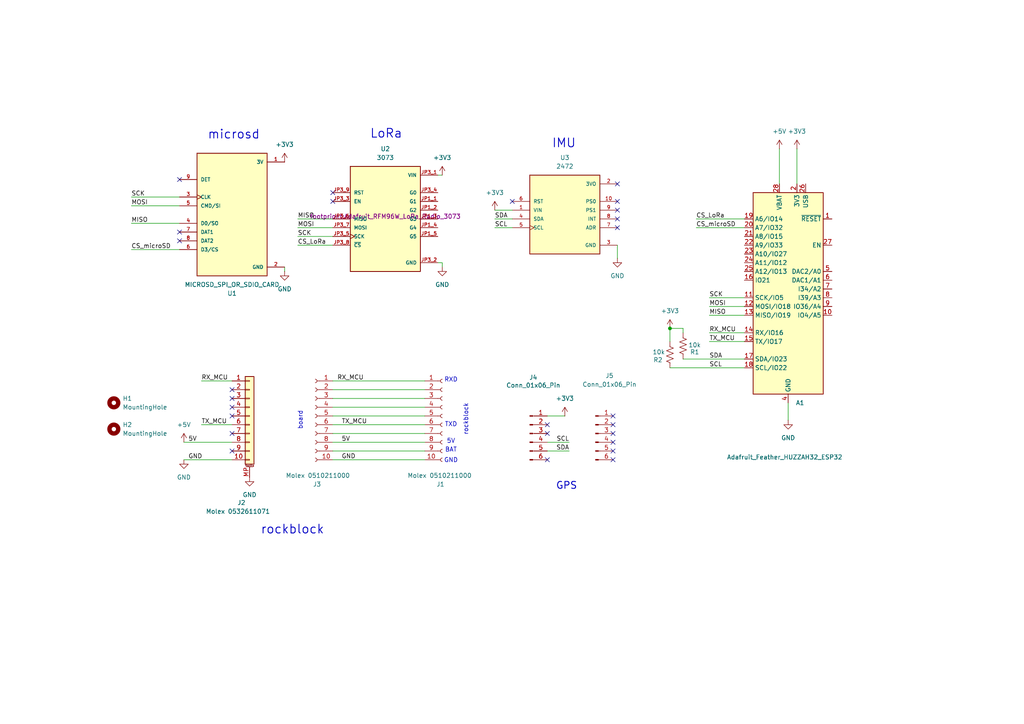
<source format=kicad_sch>
(kicad_sch (version 20250114) (generator "eeschema") (generator_version "9.0")
  (paper "A4")
  (title_block (title "Balloon Paylaod ") (date "2025-07-29"))
  (lib_symbols
    (symbol "Adafruit_RFM96W_LoRa_Radio_3073:3073" (pin_names (offset 1.016))
      (property "Reference" "U" (at -10.16 15.748 0))
      (property "Value" "3073" (at -10.16 -17.78 0))
      (symbol "3073_0_0"
        (rectangle (start -10.16 -15.24) (end 10.16 15.24) (stroke (width 0.254)) (fill (type background)))
        (pin input line (at -15.24 7.62 0) (length 5.08) (name "RST") (number "JP3_9"))
        (pin input line (at -15.24 5.08 0) (length 5.08) (name "EN") (number "JP3_3"))
        (pin output line (at -15.24 0 0) (length 5.08) (name "MISO") (number "JP3_6"))
        (pin input line (at -15.24 -2.54 0) (length 5.08) (name "MOSI") (number "JP3_7"))
        (pin input clock (at -15.24 -5.08 0) (length 5.08) (name "SCK") (number "JP3_5"))
        (pin input line (at -15.24 -7.62 0) (length 5.08) (name "~{CS}") (number "JP3_8"))
        (pin power_in line (at 15.24 12.7 180) (length 5.08) (name "VIN") (number "JP3_1"))
        (pin bidirectional line (at 15.24 7.62 180) (length 5.08) (name "G0") (number "JP3_4"))
        (pin bidirectional line (at 15.24 5.08 180) (length 5.08) (name "G1") (number "JP1_1"))
        (pin bidirectional line (at 15.24 2.54 180) (length 5.08) (name "G2") (number "JP1_2"))
        (pin bidirectional line (at 15.24 0 180) (length 5.08) (name "G3") (number "JP1_3"))
        (pin bidirectional line (at 15.24 -2.54 180) (length 5.08) (name "G4") (number "JP1_4"))
        (pin bidirectional line (at 15.24 -5.08 180) (length 5.08) (name "G5") (number "JP1_5"))
        (pin power_in line (at 15.24 -12.7 180) (length 5.08) (name "GND") (number "JP3_2"))
      )
    )
    (symbol "Connector:Conn_01x06_Pin" (pin_names (offset 1.016) (hide yes))
      (property "Reference" "J" (at 0 7.62 0))
      (property "Value" "Conn_01x06_Pin" (at 0 -10.16 0))
      (symbol "Conn_01x06_Pin_1_1"
        (rectangle (start 0.8636 5.207) (end 0 4.953) (stroke (width 0.1524)) (fill (type outline)))
        (rectangle (start 0.8636 2.667) (end 0 2.413) (stroke (width 0.1524)) (fill (type outline)))
        (rectangle (start 0.8636 0.127) (end 0 -0.127) (stroke (width 0.1524)) (fill (type outline)))
        (rectangle (start 0.8636 -2.413) (end 0 -2.667) (stroke (width 0.1524)) (fill (type outline)))
        (rectangle (start 0.8636 -4.953) (end 0 -5.207) (stroke (width 0.1524)) (fill (type outline)))
        (rectangle (start 0.8636 -7.493) (end 0 -7.747) (stroke (width 0.1524)) (fill (type outline)))
        (polyline (pts (xy 1.27 5.08) (xy 0.8636 5.08)) (stroke (width 0.1524)))
        (polyline (pts (xy 1.27 2.54) (xy 0.8636 2.54)) (stroke (width 0.1524)))
        (polyline (pts (xy 1.27 0) (xy 0.8636 0)) (stroke (width 0.1524)))
        (polyline (pts (xy 1.27 -2.54) (xy 0.8636 -2.54)) (stroke (width 0.1524)))
        (polyline (pts (xy 1.27 -5.08) (xy 0.8636 -5.08)) (stroke (width 0.1524)))
        (polyline (pts (xy 1.27 -7.62) (xy 0.8636 -7.62)) (stroke (width 0.1524)))
        (pin passive line (at 5.08 5.08 180) (length 3.81) (name "Pin_1") (number "1"))
        (pin passive line (at 5.08 2.54 180) (length 3.81) (name "Pin_2") (number "2"))
        (pin passive line (at 5.08 0 180) (length 3.81) (name "Pin_3") (number "3"))
        (pin passive line (at 5.08 -2.54 180) (length 3.81) (name "Pin_4") (number "4"))
        (pin passive line (at 5.08 -5.08 180) (length 3.81) (name "Pin_5") (number "5"))
        (pin passive line (at 5.08 -7.62 180) (length 3.81) (name "Pin_6") (number "6"))
      )
    )
    (symbol "Connector:Conn_01x10_Socket" (pin_names (offset 1.016) (hide yes))
      (property "Reference" "J" (at 0 12.7 0))
      (property "Value" "Conn_01x10_Socket" (at 0 -15.24 0))
      (symbol "Conn_01x10_Socket_1_1"
        (polyline (pts (xy -1.27 10.16) (xy -0.508 10.16)) (stroke (width 0.1524)))
        (polyline (pts (xy -1.27 7.62) (xy -0.508 7.62)) (stroke (width 0.1524)))
        (polyline (pts (xy -1.27 5.08) (xy -0.508 5.08)) (stroke (width 0.1524)))
        (polyline (pts (xy -1.27 2.54) (xy -0.508 2.54)) (stroke (width 0.1524)))
        (polyline (pts (xy -1.27 0) (xy -0.508 0)) (stroke (width 0.1524)))
        (polyline (pts (xy -1.27 -2.54) (xy -0.508 -2.54)) (stroke (width 0.1524)))
        (polyline (pts (xy -1.27 -5.08) (xy -0.508 -5.08)) (stroke (width 0.1524)))
        (polyline (pts (xy -1.27 -7.62) (xy -0.508 -7.62)) (stroke (width 0.1524)))
        (polyline (pts (xy -1.27 -10.16) (xy -0.508 -10.16)) (stroke (width 0.1524)))
        (polyline (pts (xy -1.27 -12.7) (xy -0.508 -12.7)) (stroke (width 0.1524)))
        (arc (start 0 9.652) (mid -0.5058 10.16) (end 0 10.668) (stroke (width 0.1524)))
        (arc (start 0 7.112) (mid -0.5058 7.62) (end 0 8.128) (stroke (width 0.1524)))
        (arc (start 0 4.572) (mid -0.5058 5.08) (end 0 5.588) (stroke (width 0.1524)))
        (arc (start 0 2.032) (mid -0.5058 2.54) (end 0 3.048) (stroke (width 0.1524)))
        (arc (start 0 -0.508) (mid -0.5058 0) (end 0 0.508) (stroke (width 0.1524)))
        (arc (start 0 -3.048) (mid -0.5058 -2.54) (end 0 -2.032) (stroke (width 0.1524)))
        (arc (start 0 -5.588) (mid -0.5058 -5.08) (end 0 -4.572) (stroke (width 0.1524)))
        (arc (start 0 -8.128) (mid -0.5058 -7.62) (end 0 -7.112) (stroke (width 0.1524)))
        (arc (start 0 -10.668) (mid -0.5058 -10.16) (end 0 -9.652) (stroke (width 0.1524)))
        (arc (start 0 -13.208) (mid -0.5058 -12.7) (end 0 -12.192) (stroke (width 0.1524)))
        (pin passive line (at -5.08 10.16 0) (length 3.81) (name "Pin_1") (number "1"))
        (pin passive line (at -5.08 7.62 0) (length 3.81) (name "Pin_2") (number "2"))
        (pin passive line (at -5.08 5.08 0) (length 3.81) (name "Pin_3") (number "3"))
        (pin passive line (at -5.08 2.54 0) (length 3.81) (name "Pin_4") (number "4"))
        (pin passive line (at -5.08 0 0) (length 3.81) (name "Pin_5") (number "5"))
        (pin passive line (at -5.08 -2.54 0) (length 3.81) (name "Pin_6") (number "6"))
        (pin passive line (at -5.08 -5.08 0) (length 3.81) (name "Pin_7") (number "7"))
        (pin passive line (at -5.08 -7.62 0) (length 3.81) (name "Pin_8") (number "8"))
        (pin passive line (at -5.08 -10.16 0) (length 3.81) (name "Pin_9") (number "9"))
        (pin passive line (at -5.08 -12.7 0) (length 3.81) (name "Pin_10") (number "10"))
      )
    )
    (symbol "Connector_Generic_MountingPin:Conn_01x10_MountingPin" (pin_names (offset 1.016) (hide yes))
      (property "Reference" "J" (at 0 12.7 0))
      (property "Value" "Conn_01x10_MountingPin" (at 1.27 -15.24 0))
      (symbol "Conn_01x10_MountingPin_1_1"
        (rectangle (start -1.27 11.43) (end 1.27 -13.97) (stroke (width 0.254)) (fill (type background)))
        (rectangle (start -1.27 10.287) (end 0 10.033) (stroke (width 0.1524)))
        (rectangle (start -1.27 7.747) (end 0 7.493) (stroke (width 0.1524)))
        (rectangle (start -1.27 5.207) (end 0 4.953) (stroke (width 0.1524)))
        (rectangle (start -1.27 2.667) (end 0 2.413) (stroke (width 0.1524)))
        (rectangle (start -1.27 0.127) (end 0 -0.127) (stroke (width 0.1524)))
        (rectangle (start -1.27 -2.413) (end 0 -2.667) (stroke (width 0.1524)))
        (rectangle (start -1.27 -4.953) (end 0 -5.207) (stroke (width 0.1524)))
        (rectangle (start -1.27 -7.493) (end 0 -7.747) (stroke (width 0.1524)))
        (rectangle (start -1.27 -10.033) (end 0 -10.287) (stroke (width 0.1524)))
        (rectangle (start -1.27 -12.573) (end 0 -12.827) (stroke (width 0.1524)))
        (polyline (pts (xy -1.016 -14.732) (xy 1.016 -14.732)) (stroke (width 0.1524)))
        (text "Mounting" (at 0 -14.351 0) (effects (font (size 0.381 0.381))))
        (pin passive line (at -5.08 10.16 0) (length 3.81) (name "Pin_1") (number "1"))
        (pin passive line (at -5.08 7.62 0) (length 3.81) (name "Pin_2") (number "2"))
        (pin passive line (at -5.08 5.08 0) (length 3.81) (name "Pin_3") (number "3"))
        (pin passive line (at -5.08 2.54 0) (length 3.81) (name "Pin_4") (number "4"))
        (pin passive line (at -5.08 0 0) (length 3.81) (name "Pin_5") (number "5"))
        (pin passive line (at -5.08 -2.54 0) (length 3.81) (name "Pin_6") (number "6"))
        (pin passive line (at -5.08 -5.08 0) (length 3.81) (name "Pin_7") (number "7"))
        (pin passive line (at -5.08 -7.62 0) (length 3.81) (name "Pin_8") (number "8"))
        (pin passive line (at -5.08 -10.16 0) (length 3.81) (name "Pin_9") (number "9"))
        (pin passive line (at -5.08 -12.7 0) (length 3.81) (name "Pin_10") (number "10"))
        (pin passive line (at 0 -17.78 90) (length 3.048) (name "MountPin") (number "MP"))
      )
    )
    (symbol "Device:R_US" (pin_numbers (hide yes)) (pin_names (offset 0))
      (property "Reference" "R" (at 2.54 0 90))
      (property "Value" "R_US" (at -2.54 0 90))
      (symbol "R_US_0_1"
        (polyline (pts (xy 0 2.286) (xy 0 2.54)))
        (polyline (pts (xy 0 2.286) (xy 1.016 1.905) (xy 0 1.524) (xy -1.016 1.143) (xy 0 0.762)))
        (polyline (pts (xy 0 0.762) (xy 1.016 0.381) (xy 0 0) (xy -1.016 -0.381) (xy 0 -0.762)))
        (polyline (pts (xy 0 -0.762) (xy 1.016 -1.143) (xy 0 -1.524) (xy -1.016 -1.905) (xy 0 -2.286)))
        (polyline (pts (xy 0 -2.286) (xy 0 -2.54)))
      )
      (symbol "R_US_1_1"
        (pin passive line (at 0 3.81 270) (length 1.27) (name "~") (number "1"))
        (pin passive line (at 0 -3.81 90) (length 1.27) (name "~") (number "2"))
      )
    )
    (symbol "MCU_Module:Adafruit_Feather_HUZZAH32_ESP32"
      (property "Reference" "A" (at -10.16 29.21 0))
      (property "Value" "Adafruit_Feather_HUZZAH32_ESP32" (at 2.54 -31.75 0))
      (symbol "Adafruit_Feather_HUZZAH32_ESP32_0_1"
        (rectangle (start -10.16 27.94) (end 10.16 -30.48) (stroke (width 0.254)) (fill (type background)))
      )
      (symbol "Adafruit_Feather_HUZZAH32_ESP32_1_1"
        (pin bidirectional line (at -12.7 20.32 0) (length 2.54) (name "A6/IO14") (number "19"))
        (pin bidirectional line (at -12.7 17.78 0) (length 2.54) (name "A7/IO32") (number "20"))
        (pin bidirectional line (at -12.7 15.24 0) (length 2.54) (name "A8/IO15") (number "21"))
        (pin bidirectional line (at -12.7 12.7 0) (length 2.54) (name "A9/IO33") (number "22"))
        (pin bidirectional line (at -12.7 10.16 0) (length 2.54) (name "A10/IO27") (number "23"))
        (pin bidirectional line (at -12.7 7.62 0) (length 2.54) (name "A11/IO12") (number "24"))
        (pin bidirectional line (at -12.7 5.08 0) (length 2.54) (name "A12/IO13") (number "25"))
        (pin bidirectional line (at -12.7 2.54 0) (length 2.54) (name "IO21") (number "16"))
        (pin bidirectional line (at -12.7 -2.54 0) (length 2.54) (name "SCK/IO5") (number "11"))
        (pin bidirectional line (at -12.7 -5.08 0) (length 2.54) (name "MOSI/IO18") (number "12"))
        (pin bidirectional line (at -12.7 -7.62 0) (length 2.54) (name "MISO/IO19") (number "13"))
        (pin bidirectional line (at -12.7 -12.7 0) (length 2.54) (name "RX/IO16") (number "14"))
        (pin bidirectional line (at -12.7 -15.24 0) (length 2.54) (name "TX/IO17") (number "15"))
        (pin bidirectional line (at -12.7 -20.32 0) (length 2.54) (name "SDA/IO23") (number "17"))
        (pin bidirectional line (at -12.7 -22.86 0) (length 2.54) (name "SCL/IO22") (number "18"))
        (pin power_in line (at -2.54 30.48 270) (length 2.54) (name "VBAT") (number "28"))
        (pin power_in line (at 0 -33.02 90) (length 2.54) (name "GND") (number "4"))
        (pin power_in line (at 2.54 30.48 270) (length 2.54) (name "3V3") (number "2"))
        (pin power_in line (at 5.08 30.48 270) (length 2.54) (name "USB") (number "26"))
        (pin no_connect line (at 10.16 10.16 180) (length 2.54) (hide yes) (name "NC") (number "3"))
        (pin input line (at 12.7 20.32 180) (length 2.54) (name "~{RESET}") (number "1"))
        (pin input line (at 12.7 12.7 180) (length 2.54) (name "EN") (number "27"))
        (pin bidirectional line (at 12.7 5.08 180) (length 2.54) (name "DAC2/A0") (number "5"))
        (pin bidirectional line (at 12.7 2.54 180) (length 2.54) (name "DAC1/A1") (number "6"))
        (pin bidirectional line (at 12.7 0 180) (length 2.54) (name "I34/A2") (number "7"))
        (pin bidirectional line (at 12.7 -2.54 180) (length 2.54) (name "I39/A3") (number "8"))
        (pin bidirectional line (at 12.7 -5.08 180) (length 2.54) (name "IO36/A4") (number "9"))
        (pin bidirectional line (at 12.7 -7.62 180) (length 2.54) (name "IO4/A5") (number "10"))
      )
    )
    (symbol "MICROSD_SPI_OR_SDIO_CARD:MICROSD_SPI_OR_SDIO_CARD" (pin_names (offset 1.016))
      (property "Reference" "U" (at -10.16 18.542 0))
      (property "Value" "MICROSD_SPI_OR_SDIO_CARD" (at -10.16 -20.32 0))
      (symbol "MICROSD_SPI_OR_SDIO_CARD_0_0"
        (rectangle (start -10.16 -17.78) (end 10.16 17.78) (stroke (width 0.254)) (fill (type background)))
        (pin input line (at -15.24 10.16 0) (length 5.08) (name "DET") (number "9"))
        (pin input clock (at -15.24 5.08 0) (length 5.08) (name "CLK") (number "3"))
        (pin bidirectional line (at -15.24 2.54 0) (length 5.08) (name "CMD/SI") (number "5"))
        (pin bidirectional line (at -15.24 -2.54 0) (length 5.08) (name "D0/SO") (number "4"))
        (pin bidirectional line (at -15.24 -5.08 0) (length 5.08) (name "DAT1") (number "7"))
        (pin bidirectional line (at -15.24 -7.62 0) (length 5.08) (name "DAT2") (number "8"))
        (pin bidirectional line (at -15.24 -10.16 0) (length 5.08) (name "D3/CS") (number "6"))
        (pin power_in line (at 15.24 15.24 180) (length 5.08) (name "3V") (number "1"))
        (pin power_in line (at 15.24 -15.24 180) (length 5.08) (name "GND") (number "2"))
      )
    )
    (symbol "adafruit_IMU_2472:2472" (pin_names (offset 1.016))
      (property "Reference" "U" (at -10.16 13.208 0))
      (property "Value" "2472" (at -10.16 -12.7 0))
      (symbol "2472_0_0"
        (rectangle (start -10.16 -10.16) (end 10.16 12.7) (stroke (width 0.254)) (fill (type background)))
        (pin input line (at -15.24 5.08 0) (length 5.08) (name "RST") (number "6"))
        (pin input line (at -15.24 2.54 0) (length 5.08) (name "VIN") (number "1"))
        (pin bidirectional line (at -15.24 0 0) (length 5.08) (name "SDA") (number "4"))
        (pin input clock (at -15.24 -2.54 0) (length 5.08) (name "SCL") (number "5"))
        (pin power_in line (at 15.24 10.16 180) (length 5.08) (name "3VO") (number "2"))
        (pin bidirectional line (at 15.24 5.08 180) (length 5.08) (name "PS0") (number "10"))
        (pin bidirectional line (at 15.24 2.54 180) (length 5.08) (name "PS1") (number "9"))
        (pin output line (at 15.24 0 180) (length 5.08) (name "INT") (number "8"))
        (pin passive line (at 15.24 -2.54 180) (length 5.08) (name "ADR") (number "7"))
        (pin power_in line (at 15.24 -7.62 180) (length 5.08) (name "GND") (number "3"))
      )
    )
    (symbol "externalLibrary:+3V3" (power) (pin_numbers (hide yes)) (pin_names (offset 0) (hide yes))
      (property "Value" "+3V3" (at 0 3.556 0))
      (symbol "+3V3_0_1"
        (polyline (pts (xy -0.762 1.27) (xy 0 2.54)))
        (polyline (pts (xy 0 2.54) (xy 0.762 1.27)))
        (polyline (pts (xy 0 0) (xy 0 2.54)))
      )
      (symbol "+3V3_1_1"
        (pin power_in line (at 0 0 90) (length 0) (name "~") (number "1"))
      )
    )
    (symbol "externalLibrary:GND" (power) (pin_numbers (hide yes)) (pin_names (offset 0) (hide yes))
      (property "Value" "GND" (at 0 -3.81 0))
      (symbol "GND_0_1"
        (polyline (pts (xy 0 0) (xy 0 -1.27) (xy 1.27 -1.27) (xy 0 -2.54) (xy -1.27 -1.27) (xy 0 -1.27)))
      )
      (symbol "GND_1_1"
        (pin power_in line (at 0 0 270) (length 0) (name "~") (number "1"))
      )
    )
    (symbol "externalLibrary:MountingHole" (pin_names (offset 1.016)) (exclude_from_sim yes) (in_bom no)
      (property "Reference" "H" (at 0 5.08 0))
      (property "Value" "MountingHole" (at 0 3.175 0))
      (symbol "MountingHole_0_1"
        (circle (center 0 0) (radius 1.27) (stroke (width 1.27)))
      )
    )
    (symbol "power:+5V" (power) (pin_numbers (hide yes)) (pin_names (offset 0) (hide yes))
      (property "Value" "+5V" (at 0 3.556 0))
      (symbol "+5V_0_1"
        (polyline (pts (xy -0.762 1.27) (xy 0 2.54)))
        (polyline (pts (xy 0 2.54) (xy 0.762 1.27)))
        (polyline (pts (xy 0 0) (xy 0 2.54)))
      )
      (symbol "+5V_1_1"
        (pin power_in line (at 0 0 90) (length 0) (name "~") (number "1"))
      )
    )
  )
  (text "RXD" (at 130.81 110.236 0) (effects (font (size 1.27 1.27) (thickness 0.1588))))
  (text "rockblock" (at 84.836 153.67 0) (effects (font (size 2.54 2.54) (thickness 0.254) (bold yes))))
  (text "microsd" (at 67.818 39.116 0) (effects (font (size 2.54 2.54) (thickness 0.254) (bold yes))))
  (text "5V" (at 130.81 128.016 0) (effects (font (size 1.27 1.27) (thickness 0.1588))))
  (text "IMU" (at 163.576 41.656 0) (effects (font (size 2.54 2.54) (thickness 0.254) (bold yes))))
  (text "BAT" (at 130.81 130.556 0) (effects (font (size 1.27 1.27) (thickness 0.1588))))
  (text "board" (at 87.122 121.92 90) (effects (font (size 1.27 1.27) (thickness 0.1588))))
  (text "GPS\n" (at 164.338 140.97 0) (effects (font (size 2.032 2.032) (thickness 0.254) (bold yes))))
  (text "LoRa" (at 112.014 38.862 0) (effects (font (size 2.54 2.54) (thickness 0.254) (bold yes))))
  (text "rockblock" (at 135.128 121.666 90) (effects (font (size 1.27 1.27) (thickness 0.1588))))
  (text "GND\n" (at 130.81 133.604 0) (effects (font (size 1.27 1.27) (thickness 0.1588))))
  (text "TXD" (at 130.81 123.19 0) (effects (font (size 1.27 1.27) (thickness 0.1588))))
  (junction (at 194.31 95.25))
  (no_connect (at 177.8 133.35))
  (no_connect (at 67.31 113.03))
  (no_connect (at 177.8 125.73))
  (no_connect (at 52.07 67.31))
  (no_connect (at 67.31 125.73))
  (no_connect (at 158.75 133.35))
  (no_connect (at 177.8 123.19))
  (no_connect (at 96.52 55.88))
  (no_connect (at 67.31 130.81))
  (no_connect (at 179.07 63.5))
  (no_connect (at 67.31 120.65))
  (no_connect (at 52.07 69.85))
  (no_connect (at 177.8 120.65))
  (no_connect (at 179.07 53.34))
  (no_connect (at 177.8 128.27))
  (no_connect (at 177.8 130.81))
  (no_connect (at 67.31 118.11))
  (no_connect (at 96.52 58.42))
  (no_connect (at 67.31 115.57))
  (no_connect (at 148.59 58.42))
  (no_connect (at 179.07 60.96))
  (no_connect (at 158.75 125.73))
  (no_connect (at 179.07 58.42))
  (no_connect (at 158.75 123.19))
  (no_connect (at 179.07 66.04))
  (no_connect (at 52.07 52.07))
  (wire (pts (xy 165.1 130.81) (xy 158.75 130.81)))
  (wire (pts (xy 82.55 78.74) (xy 82.55 77.47)))
  (wire (pts (xy 228.6 121.92) (xy 228.6 116.84)))
  (wire (pts (xy 96.52 123.19) (xy 123.19 123.19)))
  (wire (pts (xy 163.83 120.65) (xy 158.75 120.65)))
  (wire (pts (xy 198.12 95.25) (xy 198.12 96.52)))
  (wire (pts (xy 205.74 86.36) (xy 215.9 86.36)))
  (wire (pts (xy 201.93 63.5) (xy 215.9 63.5)))
  (wire (pts (xy 38.1 72.39) (xy 52.07 72.39)))
  (wire (pts (xy 194.31 95.25) (xy 194.31 99.06)))
  (wire (pts (xy 86.36 71.12) (xy 96.52 71.12)))
  (wire (pts (xy 128.27 76.2) (xy 127 76.2)))
  (wire (pts (xy 143.51 60.96) (xy 148.59 60.96)))
  (wire (pts (xy 205.74 96.52) (xy 215.9 96.52)))
  (wire (pts (xy 205.74 99.06) (xy 215.9 99.06)))
  (wire (pts (xy 205.74 88.9) (xy 215.9 88.9)))
  (wire (pts (xy 96.52 118.11) (xy 123.19 118.11)))
  (wire (pts (xy 58.42 123.19) (xy 67.31 123.19)))
  (wire (pts (xy 96.52 133.35) (xy 123.19 133.35)))
  (wire (pts (xy 96.52 120.65) (xy 123.19 120.65)))
  (wire (pts (xy 226.06 43.18) (xy 226.06 53.34)))
  (wire (pts (xy 201.93 66.04) (xy 215.9 66.04)))
  (wire (pts (xy 179.07 74.93) (xy 179.07 71.12)))
  (wire (pts (xy 198.12 104.14) (xy 215.9 104.14)))
  (wire (pts (xy 143.51 63.5) (xy 148.59 63.5)))
  (wire (pts (xy 96.52 113.03) (xy 123.19 113.03)))
  (wire (pts (xy 96.52 110.49) (xy 123.19 110.49)))
  (wire (pts (xy 96.52 125.73) (xy 123.19 125.73)))
  (wire (pts (xy 38.1 64.77) (xy 52.07 64.77)))
  (wire (pts (xy 143.51 66.04) (xy 148.59 66.04)))
  (wire (pts (xy 165.1 128.27) (xy 158.75 128.27)))
  (wire (pts (xy 128.27 77.47) (xy 128.27 76.2)))
  (wire (pts (xy 205.74 91.44) (xy 215.9 91.44)))
  (wire (pts (xy 231.14 43.18) (xy 231.14 53.34)))
  (wire (pts (xy 128.27 50.8) (xy 127 50.8)))
  (wire (pts (xy 38.1 59.69) (xy 52.07 59.69)))
  (wire (pts (xy 96.52 128.27) (xy 123.19 128.27)))
  (wire (pts (xy 58.42 110.49) (xy 67.31 110.49)))
  (wire (pts (xy 38.1 57.15) (xy 52.07 57.15)))
  (wire (pts (xy 96.52 115.57) (xy 123.19 115.57)))
  (wire (pts (xy 86.36 63.5) (xy 96.52 63.5)))
  (wire (pts (xy 194.31 106.68) (xy 215.9 106.68)))
  (wire (pts (xy 96.52 130.81) (xy 123.19 130.81)))
  (wire (pts (xy 53.34 128.27) (xy 67.31 128.27)))
  (wire (pts (xy 86.36 66.04) (xy 96.52 66.04)))
  (wire (pts (xy 86.36 68.58) (xy 96.52 68.58)))
  (wire (pts (xy 53.34 133.35) (xy 67.31 133.35)))
  (wire (pts (xy 194.31 95.25) (xy 198.12 95.25)))
  (label "MISO" (at 38.1 64.77 0))
  (label "CS_microSD" (at 38.1 72.39 0))
  (label "SCK" (at 38.1 57.15 0))
  (label "TX_MCU" (at 58.42 123.19 0) (effects (font (thickness 0.1588))))
  (label "GND" (at 54.61 133.35 0) (effects (font (thickness 0.1588))))
  (label "TX_MCU" (at 99.06 123.19 0) (effects (font (thickness 0.1588))))
  (label "MISO" (at 205.74 91.44 0))
  (label "SCL" (at 205.74 106.68 0))
  (label "SCK" (at 205.74 86.36 0))
  (label "CS_LoRa" (at 86.36 71.12 0))
  (label "GND" (at 99.06 133.35 0) (effects (font (thickness 0.1588))))
  (label "MOSI" (at 205.74 88.9 0))
  (label "MOSI" (at 38.1 59.69 0))
  (label "SCL" (at 165.1 128.27 180))
  (label "MISO" (at 86.36 63.5 0))
  (label "MOSI" (at 86.36 66.04 0))
  (label "5V" (at 54.61 128.27 0) (effects (font (thickness 0.1588))))
  (label "CS_microSD" (at 201.93 66.04 0))
  (label "RX_MCU" (at 205.74 96.52 0) (effects (font (thickness 0.1588))))
  (label "SCK" (at 86.36 68.58 0))
  (label "TX_MCU" (at 205.74 99.06 0) (effects (font (thickness 0.1588))))
  (label "CS_LoRa" (at 201.93 63.5 0))
  (label "5V" (at 99.06 128.27 0) (effects (font (thickness 0.1588))))
  (label "SDA" (at 205.74 104.14 0))
  (label "SDA" (at 165.1 130.81 180))
  (label "SCL" (at 143.51 66.04 0))
  (label "RX_MCU" (at 58.42 110.49 0) (effects (font (thickness 0.1588))))
  (label "RX_MCU" (at 97.79 110.49 0) (effects (font (thickness 0.1588))))
  (label "SDA" (at 143.51 63.5 0))
  (symbol (lib_id "adafruit_IMU_2472:2472") (at 163.83 63.5 0) (unit 1)
    (property "Reference" "U3" (at 163.83 45.72 0))
    (property "Value" "2472" (at 163.83 48.26 0))
    (property "Footprint" "footpriont:adafruit_IMU_2472" (effects (hide yes)))
    (property "MF" "Adafruit" (effects (hide yes)))
    (property "Description_1" "\n                        \n                            Adafruit 9-DOF Absolute Orientation IMU Fusion Breakout - BNO055 | Adafruit Industries 2472\n                        \n" (effects (hide yes)))
    (property "Package" "Non-Standard Adafruit" (effects (hide yes)))
    (property "Price" "None" (effects (hide yes)))
    (property "Check_prices" "https://www.snapeda.com/parts/2472/Adafruit+Industries/view-part/?ref=eda" (effects (hide yes)))
    (property "STANDARD" "Manufacturer Recommendations" (effects (hide yes)))
    (property "PARTREV" "N/A" (effects (hide yes)))
    (property "SnapEDA_Link" "https://www.snapeda.com/parts/2472/Adafruit+Industries/view-part/?ref=snap" (effects (hide yes)))
    (property "MP" "2472" (effects (hide yes)))
    (property "Availability" "In Stock" (effects (hide yes)))
    (property "MANUFACTURER" "Adafruit Industries" (effects (hide yes)))
  )
  (symbol (lib_id "Device:R_US") (at 194.31 102.87 0) (unit 1)
    (property "Reference" "R2" (at 189.484 104.394 0) (effects (justify left)))
    (property "Value" "10k" (at 189.23 102.108 0) (effects (justify left)))
    (property "Footprint" "Resistor_SMD:R_0603_1608Metric" (effects (hide yes)))
    (property "Description" "Resistor, US symbol" (effects (hide yes)))
  )
  (symbol (lib_id "externalLibrary:+3V3") (at 231.14 43.18 0) (unit 1)
    (property "Reference" "#PWR03" (effects (hide yes)))
    (property "Value" "+3V3" (at 231.14 38.1 0))
    (property "Description" "Power symbol creates a global label with name \"+3V3\"" (effects (hide yes)))
  )
  (symbol (lib_id "Connector:Conn_01x10_Socket") (at 128.27 120.65 0) (unit 1)
    (property "Reference" "J1" (at 127.762 140.462 0))
    (property "Value" "Molex 0510211000" (at 127.508 137.922 0))
    (property "Footprint" "Connector_Molex:Molex_PicoBlade_53047-1010_1x10_P1.25mm_Vertical" (effects (hide yes)))
    (property "Description" "Molex 0510211000" (effects (hide yes)))
  )
  (symbol (lib_id "Connector:Conn_01x06_Pin") (at 172.72 125.73 0) (unit 1)
    (property "Reference" "J5" (at 176.784 108.966 0))
    (property "Value" "Conn_01x06_Pin" (at 176.784 111.506 0))
    (property "Footprint" "Connector_Molex:Molex_PicoBlade_53047-0610_1x06_P1.25mm_Vertical" (effects (hide yes)))
    (property "Description" "Generic connector, single row, 01x06, script generated" (effects (hide yes)))
  )
  (symbol (lib_id "externalLibrary:GND") (at 72.39 138.43 0) (mirror y) (unit 1)
    (property "Reference" "#PWR010" (effects (hide yes)))
    (property "Value" "GND" (at 72.39 143.51 0))
    (property "Description" "Power symbol creates a global label with name \"GND\" , ground" (effects (hide yes)))
  )
  (symbol (lib_id "MCU_Module:Adafruit_Feather_HUZZAH32_ESP32") (at 228.6 83.82 0) (unit 1)
    (property "Reference" "A1" (at 230.7941 116.84 0) (effects (justify left)))
    (property "Value" "Adafruit_Feather_HUZZAH32_ESP32" (at 210.82 132.588 0) (effects (justify left)))
    (property "Footprint" "Module:Adafruit_Feather" (effects (hide yes)))
    (property "Datasheet" "https://cdn-learn.adafruit.com/downloads/pdf/adafruit-huzzah32-esp32-feather.pdf" (effects (hide yes)))
    (property "Description" "Microcontroller module with ESP32 MCU" (effects (hide yes)))
  )
  (symbol (lib_id "externalLibrary:GND") (at 128.27 77.47 0) (unit 1)
    (property "Reference" "#PWR014" (effects (hide yes)))
    (property "Value" "GND" (at 128.27 82.55 0))
    (property "Description" "Power symbol creates a global label with name \"GND\" , ground" (effects (hide yes)))
  )
  (symbol (lib_id "externalLibrary:GND") (at 82.55 78.74 0) (unit 1)
    (property "Reference" "#PWR05" (effects (hide yes)))
    (property "Value" "GND" (at 82.55 83.82 0))
    (property "Description" "Power symbol creates a global label with name \"GND\" , ground" (effects (hide yes)))
  )
  (symbol (lib_id "power:+5V") (at 53.34 128.27 0) (unit 1)
    (property "Reference" "#PWR08" (effects (hide yes)))
    (property "Value" "+5V" (at 53.34 123.19 0))
    (property "Description" "Power symbol creates a global label with name \"+5V\"" (effects (hide yes)))
  )
  (symbol (lib_id "Connector:Conn_01x10_Socket") (at 91.44 120.65 0) (mirror y) (unit 1)
    (property "Reference" "J3" (at 91.948 140.462 0))
    (property "Value" "Molex 0510211000" (at 92.202 137.922 0))
    (property "Footprint" "Connector_Molex:Molex_PicoBlade_53047-1010_1x10_P1.25mm_Vertical" (effects (hide yes)))
    (property "Description" "Molex 0510211000" (effects (hide yes)))
  )
  (symbol (lib_id "externalLibrary:+3V3") (at 82.55 46.99 0) (unit 1)
    (property "Reference" "#PWR04" (effects (hide yes)))
    (property "Value" "+3V3" (at 82.55 41.91 0))
    (property "Description" "Power symbol creates a global label with name \"+3V3\"" (effects (hide yes)))
  )
  (symbol (lib_id "MICROSD_SPI_OR_SDIO_CARD:MICROSD_SPI_OR_SDIO_CARD") (at 67.31 62.23 0) (unit 1)
    (property "Reference" "U1" (at 67.31 85.09 0))
    (property "Value" "MICROSD_SPI_OR_SDIO_CARD" (at 67.31 82.55 0))
    (property "Footprint" "footpriont:MODULE_MICROSD_SPI_OR_SDIO_CARD" (effects (hide yes)))
    (property "MF" "Adafruit Industries" (effects (hide yes)))
    (property "Description_1" "\n                        \n                            Memory Card Connectors Raspberry pi microSD card adapter\n                        \n" (effects (hide yes)))
    (property "Package" "Package" (effects (hide yes)))
    (property "Price" "None" (effects (hide yes)))
    (property "Check_prices" "https://www.snapeda.com/parts/MicroSD%20SPI%20or%20SDIO%20Card/Adafruit+Industries/view-part/?ref=eda" (effects (hide yes)))
    (property "STANDARD" "Manufacturer Recommendations" (effects (hide yes)))
    (property "PARTREV" "B" (effects (hide yes)))
    (property "SnapEDA_Link" "https://www.snapeda.com/parts/MicroSD%20SPI%20or%20SDIO%20Card/Adafruit+Industries/view-part/?ref=snap" (effects (hide yes)))
    (property "MP" "MicroSD SPI or SDIO Card" (effects (hide yes)))
    (property "Availability" "Not in stock" (effects (hide yes)))
    (property "MANUFACTURER" "Adafruit Industries" (effects (hide yes)))
  )
  (symbol (lib_id "externalLibrary:GND") (at 179.07 74.93 0) (unit 1)
    (property "Reference" "#PWR013" (effects (hide yes)))
    (property "Value" "GND" (at 179.07 80.01 0))
    (property "Description" "Power symbol creates a global label with name \"GND\" , ground" (effects (hide yes)))
  )
  (symbol (lib_id "Connector:Conn_01x06_Pin") (at 153.67 125.73 0) (unit 1)
    (property "Reference" "J4" (at 154.686 109.474 0))
    (property "Value" "Conn_01x06_Pin" (at 154.686 111.76 0))
    (property "Footprint" "Connector_Molex:Molex_PicoBlade_53047-0610_1x06_P1.25mm_Vertical" (effects (hide yes)))
    (property "Description" "Generic connector, single row, 01x06, script generated" (effects (hide yes)))
  )
  (symbol (lib_id "Device:R_US") (at 198.12 100.33 0) (unit 1)
    (property "Reference" "R1" (at 200.152 102.108 0) (effects (justify left)))
    (property "Value" "10k" (at 199.644 100.076 0) (effects (justify left)))
    (property "Footprint" "Resistor_SMD:R_0603_1608Metric" (effects (hide yes)))
    (property "Description" "Resistor, US symbol" (effects (hide yes)))
  )
  (symbol (lib_id "externalLibrary:+3V3") (at 128.27 50.8 0) (unit 1)
    (property "Reference" "#PWR011" (effects (hide yes)))
    (property "Value" "+3V3" (at 128.27 45.72 0))
    (property "Description" "Power symbol creates a global label with name \"+3V3\"" (effects (hide yes)))
  )
  (symbol (lib_id "externalLibrary:+3V3") (at 163.83 120.65 0) (unit 1)
    (property "Reference" "#PWR06" (effects (hide yes)))
    (property "Value" "+3V3" (at 163.83 115.57 0))
    (property "Description" "Power symbol creates a global label with name \"+3V3\"" (effects (hide yes)))
  )
  (symbol (lib_id "externalLibrary:+3V3") (at 194.31 95.25 0) (unit 1)
    (property "Reference" "#PWR09" (effects (hide yes)))
    (property "Value" "+3V3" (at 194.31 90.17 0))
    (property "Description" "Power symbol creates a global label with name \"+3V3\"" (effects (hide yes)))
  )
  (symbol (lib_id "Connector_Generic_MountingPin:Conn_01x10_MountingPin") (at 72.39 120.65 0) (unit 1)
    (property "Reference" "J2" (at 68.834 145.796 0) (effects (justify left)))
    (property "Value" "Molex 0532611071" (at 59.69 148.336 0) (effects (justify left)))
    (property "Footprint" "footprints-extra:CONN_532610001-SD_10_MOL" (effects (hide yes)))
    (property "Description" "Generic connectable mounting pin connector, single row, 01x10, script generated (kicad-library-utils/schlib/autogen/connector/)" (effects (hide yes)))
  )
  (symbol (lib_id "externalLibrary:GND") (at 53.34 133.35 0) (mirror y) (unit 1)
    (property "Reference" "#PWR07" (effects (hide yes)))
    (property "Value" "GND" (at 53.34 138.43 0))
    (property "Description" "Power symbol creates a global label with name \"GND\" , ground" (effects (hide yes)))
  )
  (symbol (lib_id "externalLibrary:MountingHole") (at 33.02 124.46 0) (unit 1) (exclude_from_sim yes) (in_bom no)
    (property "Reference" "H2" (at 35.56 123.1899 0) (effects (justify left)))
    (property "Value" "MountingHole" (at 35.56 125.7299 0) (effects (justify left)))
    (property "Footprint" "MountingHole:MountingHole_2.5mm" (effects (hide yes)))
    (property "Description" "Mounting Hole without connection" (effects (hide yes)))
  )
  (symbol (lib_id "power:+5V") (at 226.06 43.18 0) (unit 1)
    (property "Reference" "#PWR01" (effects (hide yes)))
    (property "Value" "+5V" (at 226.06 38.1 0))
    (property "Description" "Power symbol creates a global label with name \"+5V\"" (effects (hide yes)))
  )
  (symbol (lib_id "externalLibrary:MountingHole") (at 33.02 116.84 0) (unit 1) (exclude_from_sim yes) (in_bom no)
    (property "Reference" "H1" (at 35.56 115.5699 0) (effects (justify left)))
    (property "Value" "MountingHole" (at 35.56 118.1099 0) (effects (justify left)))
    (property "Footprint" "MountingHole:MountingHole_2.5mm" (effects (hide yes)))
    (property "Description" "Mounting Hole without connection" (effects (hide yes)))
  )
  (symbol (lib_id "Adafruit_RFM96W_LoRa_Radio_3073:3073") (at 111.76 63.5 0) (unit 1)
    (property "Reference" "U2" (at 111.76 43.18 0))
    (property "Value" "3073" (at 111.76 45.72 0))
    (property "Footprint" "footpriont:Adafruit_RFM96W_LoRa_Radio_3073" (at 111.76 63.5 0) (effects (justify bottom)))
    (property "MF" "Adafruit Industries" (effects (hide yes)))
    (property "Description_1" "\n                        \n                            Adafruit RFM96W LoRa Radio Transceiver Breakout - 433 MHz | Adafruit Industries 3073\n                        \n" (effects (hide yes)))
    (property "Package" "None" (effects (hide yes)))
    (property "Price" "None" (effects (hide yes)))
    (property "Check_prices" "https://www.snapeda.com/parts/3073/Adafruit+Industries/view-part/?ref=eda" (effects (hide yes)))
    (property "STANDARD" "Manufacturer Recommendations" (effects (hide yes)))
    (property "PARTREV" "2023-10-24" (effects (hide yes)))
    (property "SnapEDA_Link" "https://www.snapeda.com/parts/3073/Adafruit+Industries/view-part/?ref=snap" (effects (hide yes)))
    (property "MP" "3073" (effects (hide yes)))
    (property "Availability" "In Stock" (effects (hide yes)))
    (property "MANUFACTURER" "Adafruit Industries LLC" (effects (hide yes)))
  )
  (symbol (lib_id "externalLibrary:+3V3") (at 143.51 60.96 0) (unit 1)
    (property "Reference" "#PWR012" (effects (hide yes)))
    (property "Value" "+3V3" (at 143.51 55.88 0))
    (property "Description" "Power symbol creates a global label with name \"+3V3\"" (effects (hide yes)))
  )
  (symbol (lib_id "externalLibrary:GND") (at 228.6 121.92 0) (unit 1)
    (property "Reference" "#PWR02" (effects (hide yes)))
    (property "Value" "GND" (at 228.6 127 0))
    (property "Description" "Power symbol creates a global label with name \"GND\" , ground" (effects (hide yes)))
  )
)
</source>
